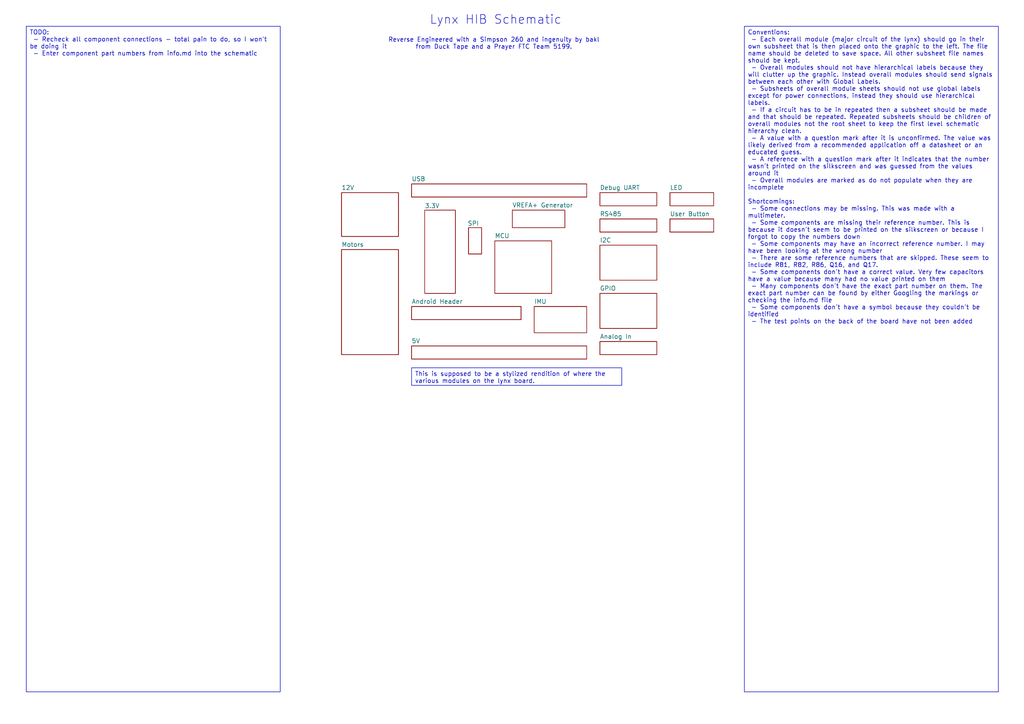
<source format=kicad_sch>
(kicad_sch
	(version 20250114)
	(generator "eeschema")
	(generator_version "9.0")
	(uuid "a3d12dc7-033a-4c99-b909-7e1454b0334e")
	(paper "A4")
	(lib_symbols)
	(text "Lynx HIB Schematic"
		(exclude_from_sim no)
		(at 143.764 5.842 0)
		(effects
			(font
				(size 2.54 2.54)
			)
		)
		(uuid "6abcd3fe-53b4-4942-a183-bb51482fde4c")
	)
	(text "Reverse Engineered with a Simpson 260 and ingenuity by bakl\nfrom Duck Tape and a Prayer FTC Team 5199."
		(exclude_from_sim no)
		(at 143.256 12.7 0)
		(effects
			(font
				(size 1.27 1.27)
			)
		)
		(uuid "9d25f06a-3a50-4826-8d98-146792c8a62b")
	)
	(text_box "TODO:\n - Recheck all component connections - total pain to do, so I won't be doing it\n - Enter component part numbers from info.md into the schematic\n \n \n"
		(exclude_from_sim no)
		(at 7.62 7.62 0)
		(size 73.66 193.04)
		(margins 0.9525 0.9525 0.9525 0.9525)
		(stroke
			(width 0)
			(type solid)
		)
		(fill
			(type none)
		)
		(effects
			(font
				(size 1.27 1.27)
			)
			(justify left top)
		)
		(uuid "6c4fec6c-e0cf-49e7-8d04-38dd950d32d4")
	)
	(text_box "Conventions:\n - Each overall module (major circuit of the lynx) should go in their own subsheet that is then placed onto the graphic to the left. The file name should be deleted to save space. All other subsheet file names should be kept.\n - Overall modules should not have hierarchical labels because they will clutter up the graphic. Instead overall modules should send signals between each other with Global Labels.\n - Subsheets of overall module sheets should not use global labels except for power connections, instead they should use hierarchical labels.\n - If a circuit has to be in repeated then a subsheet should be made and that should be repeated. Repeated subsheets should be children of overall modules not the root sheet to keep the first level schematic hierarchy clean.\n - A value with a question mark after it is unconfirmed. The value was likely derived from a recommended application off a datasheet or an educated guess.\n - A reference with a question mark after it indicates that the number wasn't printed on the silkscreen and was guessed from the values around it\n - Overall modules are marked as do not populate when they are incomplete\n\nShortcomings:\n - Some connections may be missing. This was made with a multimeter.\n - Some components are missing their reference number. This is because it doesn't seem to be printed on the silkscreen or because I forgot to copy the numbers down\n - Some components may have an incorrect reference number. I may have been looking at the wrong number\n - There are some reference numbers that are skipped. These seem to include R81, R82, R86, Q16, and Q17.\n - Some components don't have a correct value. Very few capacitors have a value because many had no value printed on them\n - Many components don't have the exact part number on them. The exact part number can be found by either Googling the markings or checking the info.md file\n - Some components don't have a symbol because they couldn't be identified\n - The test points on the back of the board have not been added\n "
		(exclude_from_sim no)
		(at 215.9 7.62 0)
		(size 73.66 193.04)
		(margins 0.9525 0.9525 0.9525 0.9525)
		(stroke
			(width 0)
			(type solid)
		)
		(fill
			(type none)
		)
		(effects
			(font
				(size 1.27 1.27)
			)
			(justify left top)
		)
		(uuid "add63f3b-b3df-4c26-bfd0-7d9d17706744")
	)
	(text_box "This is supposed to be a stylized rendition of where the various modules on the lynx board."
		(exclude_from_sim no)
		(at 119.38 106.68 0)
		(size 60.96 5.08)
		(margins 0.9525 0.9525 0.9525 0.9525)
		(stroke
			(width 0)
			(type solid)
		)
		(fill
			(type none)
		)
		(effects
			(font
				(size 1.27 1.27)
			)
			(justify left top)
		)
		(uuid "de53cee8-be8f-4f23-b697-2bce8f6fa644")
	)
	(sheet
		(at 99.06 55.88)
		(size 16.51 12.7)
		(exclude_from_sim no)
		(in_bom yes)
		(on_board yes)
		(dnp no)
		(fields_autoplaced yes)
		(stroke
			(width 0.1524)
			(type solid)
		)
		(fill
			(color 0 0 0 0.0000)
		)
		(uuid "0c7f1e9d-643a-4741-8c79-f8bf32316efb")
		(property "Sheetname" "12V"
			(at 99.06 55.1684 0)
			(effects
				(font
					(size 1.27 1.27)
				)
				(justify left bottom)
			)
		)
		(property "Sheetfile" "12v.kicad_sch"
			(at 99.06 69.1646 0)
			(effects
				(font
					(size 1.27 1.27)
				)
				(justify left top)
				(hide yes)
			)
		)
		(instances
			(project "pcb"
				(path "/a3d12dc7-033a-4c99-b909-7e1454b0334e"
					(page "3")
				)
			)
		)
	)
	(sheet
		(at 123.19 60.96)
		(size 8.89 24.13)
		(exclude_from_sim no)
		(in_bom yes)
		(on_board yes)
		(dnp no)
		(stroke
			(width 0.1524)
			(type solid)
		)
		(fill
			(color 0 0 0 0.0000)
		)
		(uuid "1b79f0e7-7983-46d6-a3f5-dfb61ac90c92")
		(property "Sheetname" "3.3V"
			(at 123.19 60.452 0)
			(effects
				(font
					(size 1.27 1.27)
				)
				(justify left bottom)
			)
		)
		(property "Sheetfile" "3v3.kicad_sch"
			(at 123.19 65.3546 0)
			(effects
				(font
					(size 1.27 1.27)
				)
				(justify left top)
				(hide yes)
			)
		)
		(instances
			(project "pcb"
				(path "/a3d12dc7-033a-4c99-b909-7e1454b0334e"
					(page "4")
				)
			)
		)
	)
	(sheet
		(at 173.99 85.09)
		(size 16.51 10.16)
		(exclude_from_sim no)
		(in_bom yes)
		(on_board yes)
		(dnp no)
		(fields_autoplaced yes)
		(stroke
			(width 0.1524)
			(type solid)
		)
		(fill
			(color 0 0 0 0.0000)
		)
		(uuid "22d5d558-d68f-4f36-9580-06c4ed28e25a")
		(property "Sheetname" "GPIO"
			(at 173.99 84.3784 0)
			(effects
				(font
					(size 1.27 1.27)
				)
				(justify left bottom)
			)
		)
		(property "Sheetfile" "gpio.kicad_sch"
			(at 173.99 95.8346 0)
			(effects
				(font
					(size 1.27 1.27)
				)
				(justify left top)
				(hide yes)
			)
		)
		(instances
			(project "pcb"
				(path "/a3d12dc7-033a-4c99-b909-7e1454b0334e"
					(page "9")
				)
			)
		)
	)
	(sheet
		(at 119.38 53.34)
		(size 50.8 3.81)
		(exclude_from_sim no)
		(in_bom yes)
		(on_board yes)
		(dnp no)
		(fields_autoplaced yes)
		(stroke
			(width 0.1524)
			(type solid)
		)
		(fill
			(color 0 0 0 0.0000)
		)
		(uuid "2852d2a3-22cd-4266-9d0c-f9eb62968661")
		(property "Sheetname" "USB"
			(at 119.38 52.6284 0)
			(effects
				(font
					(size 1.27 1.27)
				)
				(justify left bottom)
			)
		)
		(property "Sheetfile" "usb.kicad_sch"
			(at 119.38 57.7346 0)
			(effects
				(font
					(size 1.27 1.27)
				)
				(justify left top)
				(hide yes)
			)
		)
		(instances
			(project "pcb"
				(path "/a3d12dc7-033a-4c99-b909-7e1454b0334e"
					(page "16")
				)
			)
		)
	)
	(sheet
		(at 173.99 71.12)
		(size 16.51 10.16)
		(exclude_from_sim no)
		(in_bom yes)
		(on_board yes)
		(dnp no)
		(fields_autoplaced yes)
		(stroke
			(width 0.1524)
			(type solid)
		)
		(fill
			(color 0 0 0 0.0000)
		)
		(uuid "295547b4-65e9-4ea1-a382-ad7656419152")
		(property "Sheetname" "I2C"
			(at 173.99 70.4084 0)
			(effects
				(font
					(size 1.27 1.27)
				)
				(justify left bottom)
			)
		)
		(property "Sheetfile" "i2c.kicad_sch"
			(at 173.99 81.8646 0)
			(effects
				(font
					(size 1.27 1.27)
				)
				(justify left top)
				(hide yes)
			)
		)
		(instances
			(project "pcb"
				(path "/a3d12dc7-033a-4c99-b909-7e1454b0334e"
					(page "10")
				)
			)
		)
	)
	(sheet
		(at 173.99 99.06)
		(size 16.51 3.81)
		(exclude_from_sim no)
		(in_bom yes)
		(on_board yes)
		(dnp no)
		(fields_autoplaced yes)
		(stroke
			(width 0.1524)
			(type solid)
		)
		(fill
			(color 0 0 0 0.0000)
		)
		(uuid "7b292646-ebce-4304-945c-60713d7e1d49")
		(property "Sheetname" "Analog In"
			(at 173.99 98.3484 0)
			(effects
				(font
					(size 1.27 1.27)
				)
				(justify left bottom)
			)
		)
		(property "Sheetfile" "analog_in.kicad_sch"
			(at 173.99 103.4546 0)
			(effects
				(font
					(size 1.27 1.27)
				)
				(justify left top)
				(hide yes)
			)
		)
		(instances
			(project "pcb"
				(path "/a3d12dc7-033a-4c99-b909-7e1454b0334e"
					(page "6")
				)
			)
		)
	)
	(sheet
		(at 173.99 63.5)
		(size 16.51 3.81)
		(exclude_from_sim no)
		(in_bom yes)
		(on_board yes)
		(dnp no)
		(fields_autoplaced yes)
		(stroke
			(width 0.1524)
			(type solid)
		)
		(fill
			(color 0 0 0 0.0000)
		)
		(uuid "8e836c84-fd1a-48d9-95f5-4bd0e47d0fa4")
		(property "Sheetname" "RS485"
			(at 173.99 62.7884 0)
			(effects
				(font
					(size 1.27 1.27)
				)
				(justify left bottom)
			)
		)
		(property "Sheetfile" "rs485.kicad_sch"
			(at 173.99 67.8946 0)
			(effects
				(font
					(size 1.27 1.27)
				)
				(justify left top)
				(hide yes)
			)
		)
		(instances
			(project "pcb"
				(path "/a3d12dc7-033a-4c99-b909-7e1454b0334e"
					(page "14")
				)
			)
		)
	)
	(sheet
		(at 148.59 60.96)
		(size 15.24 5.08)
		(exclude_from_sim no)
		(in_bom yes)
		(on_board yes)
		(dnp no)
		(fields_autoplaced yes)
		(stroke
			(width 0.1524)
			(type solid)
		)
		(fill
			(color 0 0 0 0.0000)
		)
		(uuid "90aa235e-b43e-4667-8ffa-fd21dbf822c0")
		(property "Sheetname" "VREFA+ Generator"
			(at 148.59 60.2484 0)
			(effects
				(font
					(size 1.27 1.27)
				)
				(justify left bottom)
			)
		)
		(property "Sheetfile" "vrefa_plus.kicad_sch"
			(at 148.59 66.6246 0)
			(effects
				(font
					(size 1.27 1.27)
				)
				(justify left top)
				(hide yes)
			)
		)
		(instances
			(project "pcb"
				(path "/a3d12dc7-033a-4c99-b909-7e1454b0334e"
					(page "18")
				)
			)
		)
	)
	(sheet
		(at 119.38 100.33)
		(size 50.8 3.81)
		(exclude_from_sim no)
		(in_bom yes)
		(on_board yes)
		(dnp no)
		(fields_autoplaced yes)
		(stroke
			(width 0.1524)
			(type solid)
		)
		(fill
			(color 0 0 0 0.0000)
		)
		(uuid "a0a9daa1-61e2-4f4c-9011-5688c02ebbf1")
		(property "Sheetname" "5V"
			(at 119.38 99.6184 0)
			(effects
				(font
					(size 1.27 1.27)
				)
				(justify left bottom)
			)
		)
		(property "Sheetfile" "5v.kicad_sch"
			(at 119.38 104.7246 0)
			(effects
				(font
					(size 1.27 1.27)
				)
				(justify left top)
				(hide yes)
			)
		)
		(instances
			(project "pcb"
				(path "/a3d12dc7-033a-4c99-b909-7e1454b0334e"
					(page "5")
				)
			)
		)
	)
	(sheet
		(at 194.31 55.88)
		(size 12.7 3.81)
		(exclude_from_sim no)
		(in_bom yes)
		(on_board yes)
		(dnp no)
		(fields_autoplaced yes)
		(stroke
			(width 0.1524)
			(type solid)
		)
		(fill
			(color 0 0 0 0.0000)
		)
		(uuid "a524dd7d-621e-4997-8b8c-c6527e771780")
		(property "Sheetname" "LED"
			(at 194.31 55.1684 0)
			(effects
				(font
					(size 1.27 1.27)
				)
				(justify left bottom)
			)
		)
		(property "Sheetfile" "led.kicad_sch"
			(at 194.31 60.2746 0)
			(effects
				(font
					(size 1.27 1.27)
				)
				(justify left top)
				(hide yes)
			)
		)
		(instances
			(project "pcb"
				(path "/a3d12dc7-033a-4c99-b909-7e1454b0334e"
					(page "12")
				)
			)
		)
	)
	(sheet
		(at 194.31 63.5)
		(size 12.7 3.81)
		(exclude_from_sim no)
		(in_bom yes)
		(on_board yes)
		(dnp no)
		(fields_autoplaced yes)
		(stroke
			(width 0.1524)
			(type solid)
		)
		(fill
			(color 0 0 0 0.0000)
		)
		(uuid "a9095bc3-73ca-413d-b1ae-a1ad45027eec")
		(property "Sheetname" "User Button"
			(at 194.31 62.7884 0)
			(effects
				(font
					(size 1.27 1.27)
				)
				(justify left bottom)
			)
		)
		(property "Sheetfile" "button.kicad_sch"
			(at 194.31 67.8946 0)
			(effects
				(font
					(size 1.27 1.27)
				)
				(justify left top)
				(hide yes)
			)
		)
		(instances
			(project "pcb"
				(path "/a3d12dc7-033a-4c99-b909-7e1454b0334e"
					(page "17")
				)
			)
		)
	)
	(sheet
		(at 173.99 55.88)
		(size 16.51 3.81)
		(exclude_from_sim no)
		(in_bom yes)
		(on_board yes)
		(dnp no)
		(fields_autoplaced yes)
		(stroke
			(width 0.1524)
			(type solid)
		)
		(fill
			(color 0 0 0 0.0000)
		)
		(uuid "b8f79c65-c701-4073-81e3-f70b39f8d88b")
		(property "Sheetname" "Debug UART"
			(at 173.99 55.1684 0)
			(effects
				(font
					(size 1.27 1.27)
				)
				(justify left bottom)
			)
		)
		(property "Sheetfile" "debug_uart.kicad_sch"
			(at 173.99 60.2746 0)
			(effects
				(font
					(size 1.27 1.27)
				)
				(justify left top)
				(hide yes)
			)
		)
		(instances
			(project "pcb"
				(path "/a3d12dc7-033a-4c99-b909-7e1454b0334e"
					(page "8")
				)
			)
		)
	)
	(sheet
		(at 135.89 66.04)
		(size 3.81 7.62)
		(exclude_from_sim no)
		(in_bom yes)
		(on_board yes)
		(dnp no)
		(stroke
			(width 0.1524)
			(type solid)
		)
		(fill
			(color 0 0 0 0.0000)
		)
		(uuid "bac669f6-d902-48ba-ac0a-3aa8bc4d7561")
		(property "Sheetname" "SPI"
			(at 135.636 65.532 0)
			(effects
				(font
					(size 1.27 1.27)
				)
				(justify left bottom)
			)
		)
		(property "Sheetfile" "spi.kicad_sch"
			(at 140.462 83.566 90)
			(effects
				(font
					(size 1.27 1.27)
				)
				(justify left top)
				(hide yes)
			)
		)
		(instances
			(project "pcb"
				(path "/a3d12dc7-033a-4c99-b909-7e1454b0334e"
					(page "15")
				)
			)
		)
	)
	(sheet
		(at 143.51 69.85)
		(size 16.51 15.24)
		(exclude_from_sim no)
		(in_bom yes)
		(on_board yes)
		(dnp no)
		(fields_autoplaced yes)
		(stroke
			(width 0.1524)
			(type solid)
		)
		(fill
			(color 0 0 0 0.0000)
		)
		(uuid "c2bf59d1-7061-4bc6-a22a-4eecf0a515d0")
		(property "Sheetname" "MCU"
			(at 143.51 69.1384 0)
			(effects
				(font
					(size 1.27 1.27)
				)
				(justify left bottom)
			)
		)
		(property "Sheetfile" "mcu.kicad_sch"
			(at 143.51 85.6746 0)
			(effects
				(font
					(size 1.27 1.27)
				)
				(justify left top)
				(hide yes)
			)
		)
		(instances
			(project "pcb"
				(path "/a3d12dc7-033a-4c99-b909-7e1454b0334e"
					(page "2")
				)
			)
		)
	)
	(sheet
		(at 119.38 88.9)
		(size 31.75 3.81)
		(exclude_from_sim no)
		(in_bom yes)
		(on_board yes)
		(dnp no)
		(fields_autoplaced yes)
		(stroke
			(width 0.1524)
			(type solid)
		)
		(fill
			(color 0 0 0 0.0000)
		)
		(uuid "c91c1107-fb60-42c6-b2d0-8c8672ef1044")
		(property "Sheetname" "Android Header"
			(at 119.38 88.1884 0)
			(effects
				(font
					(size 1.27 1.27)
				)
				(justify left bottom)
			)
		)
		(property "Sheetfile" "android_header.kicad_sch"
			(at 119.38 93.2946 0)
			(effects
				(font
					(size 1.27 1.27)
				)
				(justify left top)
				(hide yes)
			)
		)
		(instances
			(project "pcb"
				(path "/a3d12dc7-033a-4c99-b909-7e1454b0334e"
					(page "7")
				)
			)
		)
	)
	(sheet
		(at 154.94 88.9)
		(size 15.24 7.62)
		(exclude_from_sim no)
		(in_bom yes)
		(on_board yes)
		(dnp no)
		(fields_autoplaced yes)
		(stroke
			(width 0.1524)
			(type solid)
		)
		(fill
			(color 0 0 0 0.0000)
		)
		(uuid "dce71a3c-778e-49e9-9add-f803d8ce3d57")
		(property "Sheetname" "IMU"
			(at 154.94 88.1884 0)
			(effects
				(font
					(size 1.27 1.27)
				)
				(justify left bottom)
			)
		)
		(property "Sheetfile" "imu.kicad_sch"
			(at 154.94 97.1046 0)
			(effects
				(font
					(size 1.27 1.27)
				)
				(justify left top)
				(hide yes)
			)
		)
		(instances
			(project "pcb"
				(path "/a3d12dc7-033a-4c99-b909-7e1454b0334e"
					(page "11")
				)
			)
		)
	)
	(sheet
		(at 99.06 72.39)
		(size 16.51 30.48)
		(exclude_from_sim no)
		(in_bom yes)
		(on_board yes)
		(dnp no)
		(fields_autoplaced yes)
		(stroke
			(width 0.1524)
			(type solid)
		)
		(fill
			(color 0 0 0 0.0000)
		)
		(uuid "e8cf6190-eb38-4315-837d-fd912537e657")
		(property "Sheetname" "Motors"
			(at 99.06 71.6784 0)
			(effects
				(font
					(size 1.27 1.27)
				)
				(justify left bottom)
			)
		)
		(property "Sheetfile" "motors.kicad_sch"
			(at 99.06 103.4546 0)
			(effects
				(font
					(size 1.27 1.27)
				)
				(justify left top)
				(hide yes)
			)
		)
		(instances
			(project "pcb"
				(path "/a3d12dc7-033a-4c99-b909-7e1454b0334e"
					(page "13")
				)
			)
		)
	)
	(sheet_instances
		(path "/"
			(page "1")
		)
	)
	(embedded_fonts no)
	(embedded_files
		(file
			(name "clearSchem.kicad_wks")
			(type worksheet)
			(data |KLUv/SC8zQMAggcYF4CrAwAihAMuYmKyMEgYiZ8bhM1lY0nriBEn8T8SSvzDuVxOSqE7yZL1Rj8W
				FJD0+OZNQ3/LAqC0H5/v9K8qy/dcVcQyvrdeT1EZn8mG7VZ5CFKgMPqUzaxOpFmNFY5sCAA1jSKT
				G2iOBxzAzQaL6vV3S1cnBg==|
			)
			(checksum "5F20D0878091246FA9B9DBE498130E14")
		)
	)
)

</source>
